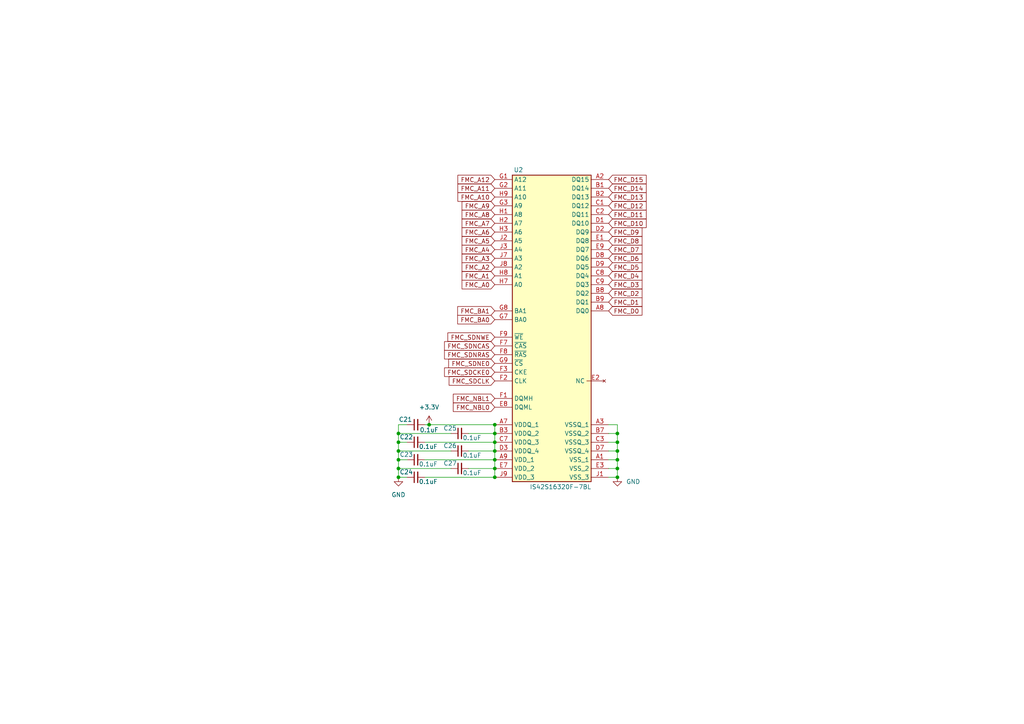
<source format=kicad_sch>
(kicad_sch (version 20250114) (generator "eeschema") (generator_version "9.0")
  (paper "A4")
  (title_block (title "STM32HSV") (date "2025-02-03") (rev "1.0") (company "Roboties"))
  (lib_symbols
    (symbol "Device:C_Small" (pin_numbers (hide yes)) (pin_names (offset 0.254) (hide yes))
      (property "Reference" "C" (at 0.254 1.778 0))
      (property "Value" "C_Small" (at 0.254 -2.032 0))
      (symbol "C_Small_0_1"
        (polyline (pts (xy -1.524 0.508) (xy 1.524 0.508)) (stroke (width 0.3048)))
        (polyline (pts (xy -1.524 -0.508) (xy 1.524 -0.508)) (stroke (width 0.3302)))
      )
      (symbol "C_Small_1_1"
        (pin passive line (at 0 2.54 270) (length 2.032) (name "~") (number "1"))
        (pin passive line (at 0 -2.54 90) (length 2.032) (name "~") (number "2"))
      )
    )
    (symbol "IS42S16320F-7BLI:IS42S16320F-7BLI"
      (property "Reference" "U" (at 5.588 3.302 0))
      (property "Value" "IS42S16320F-7BLI" (at 9.652 -88.392 0))
      (symbol "IS42S16320F-7BLI_1_1"
        (rectangle (start 5.08 1.27) (end 27.94 -87.63) (stroke (width 0.254)) (fill (type background)))
        (pin passive line (at 0 0 0) (length 5.08) (name "A12") (number "G1"))
        (pin passive line (at 0 -2.54 0) (length 5.08) (name "A11") (number "G2"))
        (pin passive line (at 0 -5.08 0) (length 5.08) (name "A10") (number "H9"))
        (pin passive line (at 0 -7.62 0) (length 5.08) (name "A9") (number "G3"))
        (pin passive line (at 0 -10.16 0) (length 5.08) (name "A8") (number "H1"))
        (pin passive line (at 0 -12.7 0) (length 5.08) (name "A7") (number "H2"))
        (pin passive line (at 0 -15.24 0) (length 5.08) (name "A6") (number "H3"))
        (pin passive line (at 0 -17.78 0) (length 5.08) (name "A5") (number "J2"))
        (pin passive line (at 0 -20.32 0) (length 5.08) (name "A4") (number "J3"))
        (pin passive line (at 0 -22.86 0) (length 5.08) (name "A3") (number "J7"))
        (pin passive line (at 0 -25.4 0) (length 5.08) (name "A2") (number "J8"))
        (pin passive line (at 0 -27.94 0) (length 5.08) (name "A1") (number "H8"))
        (pin passive line (at 0 -30.48 0) (length 5.08) (name "A0") (number "H7"))
        (pin passive line (at 0 -38.1 0) (length 5.08) (name "BA1") (number "G8"))
        (pin passive line (at 0 -40.64 0) (length 5.08) (name "BA0") (number "G7"))
        (pin passive line (at 0 -45.72 0) (length 5.08) (name "~{WE}") (number "F9"))
        (pin passive line (at 0 -48.26 0) (length 5.08) (name "~{CAS}") (number "F7"))
        (pin passive line (at 0 -50.8 0) (length 5.08) (name "~{RAS}") (number "F8"))
        (pin passive line (at 0 -53.34 0) (length 5.08) (name "~{CS}") (number "G9"))
        (pin passive line (at 0 -55.88 0) (length 5.08) (name "CKE") (number "F3"))
        (pin passive line (at 0 -58.42 0) (length 5.08) (name "CLK") (number "F2"))
        (pin passive line (at 0 -63.5 0) (length 5.08) (name "DQMH") (number "F1"))
        (pin passive line (at 0 -66.04 0) (length 5.08) (name "DQML") (number "E8"))
        (pin passive line (at 0 -71.12 0) (length 5.08) (name "VDDQ_1") (number "A7"))
        (pin passive line (at 0 -73.66 0) (length 5.08) (name "VDDQ_2") (number "B3"))
        (pin passive line (at 0 -76.2 0) (length 5.08) (name "VDDQ_3") (number "C7"))
        (pin passive line (at 0 -78.74 0) (length 5.08) (name "VDDQ_4") (number "D3"))
        (pin passive line (at 0 -81.28 0) (length 5.08) (name "VDD_1") (number "A9"))
        (pin passive line (at 0 -83.82 0) (length 5.08) (name "VDD_2") (number "E7"))
        (pin passive line (at 0 -86.36 0) (length 5.08) (name "VDD_3") (number "J9"))
        (pin no_connect line (at 31.75 -58.42 180) (length 5.08) (name "NC") (number "E2"))
        (pin passive line (at 33.02 0 180) (length 5.08) (name "DQ15") (number "A2"))
        (pin passive line (at 33.02 -2.54 180) (length 5.08) (name "DQ14") (number "B1"))
        (pin passive line (at 33.02 -5.08 180) (length 5.08) (name "DQ13") (number "B2"))
        (pin passive line (at 33.02 -7.62 180) (length 5.08) (name "DQ12") (number "C1"))
        (pin passive line (at 33.02 -10.16 180) (length 5.08) (name "DQ11") (number "C2"))
        (pin passive line (at 33.02 -12.7 180) (length 5.08) (name "DQ10") (number "D1"))
        (pin passive line (at 33.02 -15.24 180) (length 5.08) (name "DQ9") (number "D2"))
        (pin passive line (at 33.02 -17.78 180) (length 5.08) (name "DQ8") (number "E1"))
        (pin passive line (at 33.02 -20.32 180) (length 5.08) (name "DQ7") (number "E9"))
        (pin passive line (at 33.02 -22.86 180) (length 5.08) (name "DQ6") (number "D8"))
        (pin passive line (at 33.02 -25.4 180) (length 5.08) (name "DQ5") (number "D9"))
        (pin passive line (at 33.02 -27.94 180) (length 5.08) (name "DQ4") (number "C8"))
        (pin passive line (at 33.02 -30.48 180) (length 5.08) (name "DQ3") (number "C9"))
        (pin passive line (at 33.02 -33.02 180) (length 5.08) (name "DQ2") (number "B8"))
        (pin passive line (at 33.02 -35.56 180) (length 5.08) (name "DQ1") (number "B9"))
        (pin passive line (at 33.02 -38.1 180) (length 5.08) (name "DQ0") (number "A8"))
        (pin passive line (at 33.02 -71.12 180) (length 5.08) (name "VSSQ_1") (number "A3"))
        (pin passive line (at 33.02 -73.66 180) (length 5.08) (name "VSSQ_2") (number "B7"))
        (pin passive line (at 33.02 -76.2 180) (length 5.08) (name "VSSQ_3") (number "C3"))
        (pin passive line (at 33.02 -78.74 180) (length 5.08) (name "VSSQ_4") (number "D7"))
        (pin passive line (at 33.02 -81.28 180) (length 5.08) (name "VSS_1") (number "A1"))
        (pin passive line (at 33.02 -83.82 180) (length 5.08) (name "VSS_2") (number "E3"))
        (pin passive line (at 33.02 -86.36 180) (length 5.08) (name "VSS_3") (number "J1"))
      )
    )
    (symbol "power:+3.3V" (power) (pin_numbers (hide yes)) (pin_names (offset 0) (hide yes))
      (property "Value" "+3.3V" (at 0 3.556 0))
      (symbol "+3.3V_0_1"
        (polyline (pts (xy -0.762 1.27) (xy 0 2.54)))
        (polyline (pts (xy 0 2.54) (xy 0.762 1.27)))
        (polyline (pts (xy 0 0) (xy 0 2.54)))
      )
      (symbol "+3.3V_1_1"
        (pin power_in line (at 0 0 90) (length 0) (name "~") (number "1"))
      )
    )
    (symbol "power:GND" (power) (pin_numbers (hide yes)) (pin_names (offset 0) (hide yes))
      (property "Value" "GND" (at 0 -3.81 0))
      (symbol "GND_0_1"
        (polyline (pts (xy 0 0) (xy 0 -1.27) (xy 1.27 -1.27) (xy 0 -2.54) (xy -1.27 -1.27) (xy 0 -1.27)))
      )
      (symbol "GND_1_1"
        (pin power_in line (at 0 0 270) (length 0) (name "~") (number "1"))
      )
    )
  )
  (junction (at 179.07 128.27))
  (junction (at 179.07 130.81))
  (junction (at 115.57 135.89))
  (junction (at 143.51 135.89))
  (junction (at 179.07 133.35))
  (junction (at 143.51 128.27))
  (junction (at 179.07 135.89))
  (junction (at 143.51 138.43))
  (junction (at 115.57 128.27))
  (junction (at 143.51 125.73))
  (junction (at 179.07 138.43))
  (junction (at 115.57 130.81))
  (junction (at 179.07 125.73))
  (junction (at 115.57 125.73))
  (junction (at 115.57 133.35))
  (junction (at 124.46 123.19))
  (junction (at 143.51 130.81))
  (junction (at 143.51 123.19))
  (junction (at 143.51 133.35))
  (junction (at 115.57 138.43))
  (wire (pts (xy 179.07 125.73) (xy 176.53 125.73)))
  (wire (pts (xy 123.19 138.43) (xy 143.51 138.43)))
  (wire (pts (xy 179.07 133.35) (xy 179.07 135.89)))
  (wire (pts (xy 115.57 138.43) (xy 115.57 135.89)))
  (wire (pts (xy 115.57 135.89) (xy 115.57 133.35)))
  (wire (pts (xy 115.57 123.19) (xy 118.11 123.19)))
  (wire (pts (xy 115.57 133.35) (xy 115.57 130.81)))
  (wire (pts (xy 135.89 135.89) (xy 143.51 135.89)))
  (wire (pts (xy 179.07 128.27) (xy 179.07 130.81)))
  (wire (pts (xy 179.07 125.73) (xy 179.07 128.27)))
  (wire (pts (xy 130.81 125.73) (xy 115.57 125.73)))
  (wire (pts (xy 143.51 128.27) (xy 143.51 130.81)))
  (wire (pts (xy 143.51 135.89) (xy 143.51 138.43)))
  (wire (pts (xy 179.07 135.89) (xy 179.07 138.43)))
  (wire (pts (xy 143.51 133.35) (xy 143.51 135.89)))
  (wire (pts (xy 179.07 138.43) (xy 176.53 138.43)))
  (wire (pts (xy 124.46 123.19) (xy 143.51 123.19)))
  (wire (pts (xy 130.81 130.81) (xy 115.57 130.81)))
  (wire (pts (xy 118.11 138.43) (xy 115.57 138.43)))
  (wire (pts (xy 123.19 123.19) (xy 124.46 123.19)))
  (wire (pts (xy 179.07 123.19) (xy 179.07 125.73)))
  (wire (pts (xy 130.81 135.89) (xy 115.57 135.89)))
  (wire (pts (xy 179.07 130.81) (xy 176.53 130.81)))
  (wire (pts (xy 115.57 130.81) (xy 115.57 128.27)))
  (wire (pts (xy 179.07 128.27) (xy 176.53 128.27)))
  (wire (pts (xy 135.89 130.81) (xy 143.51 130.81)))
  (wire (pts (xy 143.51 123.19) (xy 143.51 125.73)))
  (wire (pts (xy 135.89 125.73) (xy 143.51 125.73)))
  (wire (pts (xy 179.07 135.89) (xy 176.53 135.89)))
  (wire (pts (xy 115.57 128.27) (xy 115.57 125.73)))
  (wire (pts (xy 143.51 125.73) (xy 143.51 128.27)))
  (wire (pts (xy 115.57 125.73) (xy 115.57 123.19)))
  (wire (pts (xy 123.19 128.27) (xy 143.51 128.27)))
  (wire (pts (xy 143.51 130.81) (xy 143.51 133.35)))
  (wire (pts (xy 118.11 133.35) (xy 115.57 133.35)))
  (wire (pts (xy 179.07 130.81) (xy 179.07 133.35)))
  (wire (pts (xy 179.07 133.35) (xy 176.53 133.35)))
  (wire (pts (xy 179.07 123.19) (xy 176.53 123.19)))
  (wire (pts (xy 118.11 128.27) (xy 115.57 128.27)))
  (wire (pts (xy 123.19 133.35) (xy 143.51 133.35)))
  (global_label "FMC_A2" (shape input) (at 143.51 77.47 180) (property "Intersheetrefs" "${INTERSHEET_REFS}" (effects (hide yes))))
  (global_label "FMC_D11" (shape input) (at 176.53 62.23 0) (property "Intersheetrefs" "${INTERSHEET_REFS}" (effects (hide yes))))
  (global_label "FMC_A11" (shape input) (at 143.51 54.61 180) (property "Intersheetrefs" "${INTERSHEET_REFS}" (effects (hide yes))))
  (global_label "FMC_A1" (shape input) (at 143.51 80.01 180) (property "Intersheetrefs" "${INTERSHEET_REFS}" (effects (hide yes))))
  (global_label "FMC_D9" (shape input) (at 176.53 67.31 0) (property "Intersheetrefs" "${INTERSHEET_REFS}" (effects (hide yes))))
  (global_label "FMC_A0" (shape input) (at 143.51 82.55 180) (property "Intersheetrefs" "${INTERSHEET_REFS}" (effects (hide yes))))
  (global_label "FMC_D4" (shape input) (at 176.53 80.01 0) (property "Intersheetrefs" "${INTERSHEET_REFS}" (effects (hide yes))))
  (global_label "FMC_D2" (shape input) (at 176.53 85.09 0) (property "Intersheetrefs" "${INTERSHEET_REFS}" (effects (hide yes))))
  (global_label "FMC_A5" (shape input) (at 143.51 69.85 180) (property "Intersheetrefs" "${INTERSHEET_REFS}" (effects (hide yes))))
  (global_label "FMC_A4" (shape input) (at 143.51 72.39 180) (property "Intersheetrefs" "${INTERSHEET_REFS}" (effects (hide yes))))
  (global_label "FMC_D0" (shape input) (at 176.53 90.17 0) (property "Intersheetrefs" "${INTERSHEET_REFS}" (effects (hide yes))))
  (global_label "FMC_SDCKE0" (shape input) (at 143.51 107.95 180) (property "Intersheetrefs" "${INTERSHEET_REFS}" (effects (hide yes))))
  (global_label "FMC_D8" (shape input) (at 176.53 69.85 0) (property "Intersheetrefs" "${INTERSHEET_REFS}" (effects (hide yes))))
  (global_label "FMC_BA1" (shape input) (at 143.51 90.17 180) (property "Intersheetrefs" "${INTERSHEET_REFS}" (effects (hide yes))))
  (global_label "FMC_SDNRAS" (shape input) (at 143.51 102.87 180) (property "Intersheetrefs" "${INTERSHEET_REFS}" (effects (hide yes))))
  (global_label "FMC_D1" (shape input) (at 176.53 87.63 0) (property "Intersheetrefs" "${INTERSHEET_REFS}" (effects (hide yes))))
  (global_label "FMC_D13" (shape input) (at 176.53 57.15 0) (property "Intersheetrefs" "${INTERSHEET_REFS}" (effects (hide yes))))
  (global_label "FMC_BA0" (shape input) (at 143.51 92.71 180) (property "Intersheetrefs" "${INTERSHEET_REFS}" (effects (hide yes))))
  (global_label "FMC_D3" (shape input) (at 176.53 82.55 0) (property "Intersheetrefs" "${INTERSHEET_REFS}" (effects (hide yes))))
  (global_label "FMC_D7" (shape input) (at 176.53 72.39 0) (property "Intersheetrefs" "${INTERSHEET_REFS}" (effects (hide yes))))
  (global_label "FMC_A9" (shape input) (at 143.51 59.69 180) (property "Intersheetrefs" "${INTERSHEET_REFS}" (effects (hide yes))))
  (global_label "FMC_A6" (shape input) (at 143.51 67.31 180) (property "Intersheetrefs" "${INTERSHEET_REFS}" (effects (hide yes))))
  (global_label "FMC_D5" (shape input) (at 176.53 77.47 0) (property "Intersheetrefs" "${INTERSHEET_REFS}" (effects (hide yes))))
  (global_label "FMC_SDNE0" (shape input) (at 143.51 105.41 180) (property "Intersheetrefs" "${INTERSHEET_REFS}" (effects (hide yes))))
  (global_label "FMC_A8" (shape input) (at 143.51 62.23 180) (property "Intersheetrefs" "${INTERSHEET_REFS}" (effects (hide yes))))
  (global_label "FMC_SDNWE" (shape input) (at 143.51 97.79 180) (property "Intersheetrefs" "${INTERSHEET_REFS}" (effects (hide yes))))
  (global_label "FMC_D6" (shape input) (at 176.53 74.93 0) (property "Intersheetrefs" "${INTERSHEET_REFS}" (effects (hide yes))))
  (global_label "FMC_NBL0" (shape input) (at 143.51 118.11 180) (property "Intersheetrefs" "${INTERSHEET_REFS}" (effects (hide yes))))
  (global_label "FMC_SDNCAS" (shape input) (at 143.51 100.33 180) (property "Intersheetrefs" "${INTERSHEET_REFS}" (effects (hide yes))))
  (global_label "FMC_A10" (shape input) (at 143.51 57.15 180) (property "Intersheetrefs" "${INTERSHEET_REFS}" (effects (hide yes))))
  (global_label "FMC_D10" (shape input) (at 176.53 64.77 0) (property "Intersheetrefs" "${INTERSHEET_REFS}" (effects (hide yes))))
  (global_label "FMC_A3" (shape input) (at 143.51 74.93 180) (property "Intersheetrefs" "${INTERSHEET_REFS}" (effects (hide yes))))
  (global_label "FMC_A12" (shape input) (at 143.51 52.07 180) (property "Intersheetrefs" "${INTERSHEET_REFS}" (effects (hide yes))))
  (global_label "FMC_NBL1" (shape input) (at 143.51 115.57 180) (property "Intersheetrefs" "${INTERSHEET_REFS}" (effects (hide yes))))
  (global_label "FMC_D12" (shape input) (at 176.53 59.69 0) (property "Intersheetrefs" "${INTERSHEET_REFS}" (effects (hide yes))))
  (global_label "FMC_D14" (shape input) (at 176.53 54.61 0) (property "Intersheetrefs" "${INTERSHEET_REFS}" (effects (hide yes))))
  (global_label "FMC_SDCLK" (shape input) (at 143.51 110.49 180) (property "Intersheetrefs" "${INTERSHEET_REFS}" (effects (hide yes))))
  (global_label "FMC_A7" (shape input) (at 143.51 64.77 180) (property "Intersheetrefs" "${INTERSHEET_REFS}" (effects (hide yes))))
  (global_label "FMC_D15" (shape input) (at 176.53 52.07 0) (property "Intersheetrefs" "${INTERSHEET_REFS}" (effects (hide yes))))
  (symbol (lib_id "Device:C_Small") (at 133.35 135.89 90) (unit 1)
    (property "Reference" "C27" (at 130.556 134.366 90))
    (property "Value" "0.1uF" (at 136.906 137.16 90))
    (property "Footprint" "Capacitor_SMD:C_0603_1608Metric" (effects (hide yes)))
    (property "Description" "Unpolarized capacitor, small symbol" (effects (hide yes)))
  )
  (symbol (lib_id "IS42S16320F-7BLI:IS42S16320F-7BLI") (at 143.51 52.07 0) (unit 1)
    (property "Reference" "U2" (at 150.368 49.276 0))
    (property "Value" "IS42S16320F-7BL" (at 162.56 141.224 0))
    (property "Footprint" "IS42S16320F-7BLI_Library:IS42S16320F-7BLI" (effects (hide yes)))
    (property "Datasheet" "http://www.issi.com/WW/pdf/42-45R-S_86400F-16320F.pdf" (effects (hide yes)))
    (property "Description" "DRAM 512M, 3.3V, SDRAM, 32Mx16, 143MHz, 54 ball BGA (8mmx13mm), RoHS, IT" (effects (hide yes)))
    (property "Height" "1.2" (effects (hide yes)))
    (property "Mouser Part Number" "870-42S16320F7BLI" (effects (hide yes)))
    (property "Mouser Price/Stock" "https://www.mouser.co.uk/ProductDetail/ISSI/IS42S16320F-7BLI?qs=N2Tevpb%252BvoZ0%2FCUVU04PBw%3D%3D" (effects (hide yes)))
    (property "Manufacturer_Name" "Integrated Silicon Solution Inc." (effects (hide yes)))
    (property "Manufacturer_Part_Number" "IS42S16320F-7BLI" (effects (hide yes)))
  )
  (symbol (lib_id "power:GND") (at 115.57 138.43 0) (unit 1)
    (property "Reference" "#PWR08" (effects (hide yes)))
    (property "Value" "GND" (at 115.57 143.51 0))
    (property "Description" "Power symbol creates a global label with name \"GND\" , ground" (effects (hide yes)))
  )
  (symbol (lib_id "Device:C_Small") (at 133.35 130.81 90) (unit 1)
    (property "Reference" "C26" (at 130.556 129.286 90))
    (property "Value" "0.1uF" (at 136.906 132.08 90))
    (property "Footprint" "Capacitor_SMD:C_0603_1608Metric" (effects (hide yes)))
    (property "Description" "Unpolarized capacitor, small symbol" (effects (hide yes)))
  )
  (symbol (lib_id "Device:C_Small") (at 120.65 138.43 90) (unit 1)
    (property "Reference" "C24" (at 117.856 136.906 90))
    (property "Value" "0.1uF" (at 124.206 139.7 90))
    (property "Footprint" "Capacitor_SMD:C_0603_1608Metric" (effects (hide yes)))
    (property "Description" "Unpolarized capacitor, small symbol" (effects (hide yes)))
  )
  (symbol (lib_id "Device:C_Small") (at 120.65 128.27 90) (unit 1)
    (property "Reference" "C22" (at 117.856 126.746 90))
    (property "Value" "0.1uF" (at 124.206 129.54 90))
    (property "Footprint" "Capacitor_SMD:C_0603_1608Metric" (effects (hide yes)))
    (property "Description" "Unpolarized capacitor, small symbol" (effects (hide yes)))
  )
  (symbol (lib_id "Device:C_Small") (at 120.65 123.19 90) (unit 1)
    (property "Reference" "C21" (at 117.602 121.666 90))
    (property "Value" "0.1uF" (at 124.46 124.714 90))
    (property "Footprint" "Capacitor_SMD:C_0603_1608Metric" (effects (hide yes)))
    (property "Description" "Unpolarized capacitor, small symbol" (effects (hide yes)))
  )
  (symbol (lib_id "Device:C_Small") (at 120.65 133.35 90) (unit 1)
    (property "Reference" "C23" (at 117.856 131.826 90))
    (property "Value" "0.1uF" (at 124.206 134.62 90))
    (property "Footprint" "Capacitor_SMD:C_0603_1608Metric" (effects (hide yes)))
    (property "Description" "Unpolarized capacitor, small symbol" (effects (hide yes)))
  )
  (symbol (lib_id "Device:C_Small") (at 133.35 125.73 90) (unit 1)
    (property "Reference" "C25" (at 130.556 124.206 90))
    (property "Value" "0.1uF" (at 136.906 127 90))
    (property "Footprint" "Capacitor_SMD:C_0603_1608Metric" (effects (hide yes)))
    (property "Description" "Unpolarized capacitor, small symbol" (effects (hide yes)))
  )
  (symbol (lib_id "power:GND") (at 179.07 138.43 0) (unit 1)
    (property "Reference" "#PWR010" (effects (hide yes)))
    (property "Value" "GND" (at 181.61 139.6999 0) (effects (justify left)))
    (property "Description" "Power symbol creates a global label with name \"GND\" , ground" (effects (hide yes)))
  )
  (symbol (lib_id "power:+3.3V") (at 124.46 123.19 0) (unit 1)
    (property "Reference" "#PWR09" (effects (hide yes)))
    (property "Value" "+3.3V" (at 124.46 118.11 0))
    (property "Description" "Power symbol creates a global label with name \"+3.3V\"" (effects (hide yes)))
  )
)
</source>
